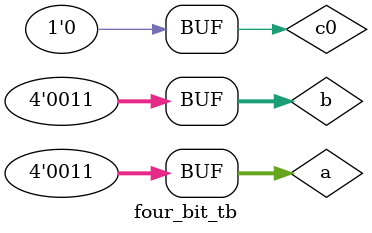
<source format=v>
`include "dut.v"
module four_bit_tb;
reg [3:0]a,b;
reg  c0;
wire [3:0]s;
wire c4;
four_bit_adder dut(a,b,c0,s,c4);
initial begin
#10 
#10 a=4'b0000;b=4'b0000;c0=1'b0; 
#10 a=4'b0001;b=4'b0001;
#10 a=4'b0010;b=4'b0010;
#10 a=4'b0011;b=4'b0011;
end
initial
$monitor("@time=[%0t],a=%0b,b=%0b,c0=%0b,s=%0b,c4=%0b",$time,a,b,c0,s,c4);
endmodule

</source>
